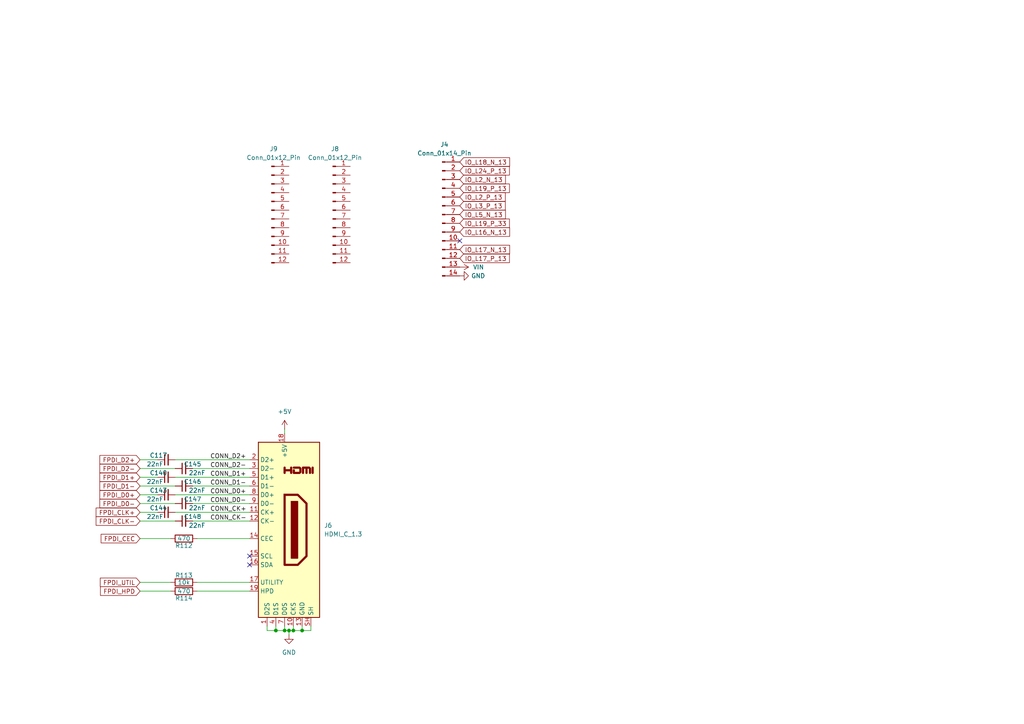
<source format=kicad_sch>
(kicad_sch (version 20250114) (generator "eeschema") (generator_version "9.0")
  (paper "A4")
  (lib_symbols
    (symbol "Connector:Conn_01x12_Pin" (pin_names (offset 1.016) (hide yes))
      (property "Reference" "J" (at 0 15.24 0))
      (property "Value" "Conn_01x12_Pin" (at 0 -17.78 0))
      (symbol "Conn_01x12_Pin_1_1"
        (rectangle (start 0.8636 12.827) (end 0 12.573) (stroke (width 0.1524)) (fill (type outline)))
        (rectangle (start 0.8636 10.287) (end 0 10.033) (stroke (width 0.1524)) (fill (type outline)))
        (rectangle (start 0.8636 7.747) (end 0 7.493) (stroke (width 0.1524)) (fill (type outline)))
        (rectangle (start 0.8636 5.207) (end 0 4.953) (stroke (width 0.1524)) (fill (type outline)))
        (rectangle (start 0.8636 2.667) (end 0 2.413) (stroke (width 0.1524)) (fill (type outline)))
        (rectangle (start 0.8636 0.127) (end 0 -0.127) (stroke (width 0.1524)) (fill (type outline)))
        (rectangle (start 0.8636 -2.413) (end 0 -2.667) (stroke (width 0.1524)) (fill (type outline)))
        (rectangle (start 0.8636 -4.953) (end 0 -5.207) (stroke (width 0.1524)) (fill (type outline)))
        (rectangle (start 0.8636 -7.493) (end 0 -7.747) (stroke (width 0.1524)) (fill (type outline)))
        (rectangle (start 0.8636 -10.033) (end 0 -10.287) (stroke (width 0.1524)) (fill (type outline)))
        (rectangle (start 0.8636 -12.573) (end 0 -12.827) (stroke (width 0.1524)) (fill (type outline)))
        (rectangle (start 0.8636 -15.113) (end 0 -15.367) (stroke (width 0.1524)) (fill (type outline)))
        (polyline (pts (xy 1.27 12.7) (xy 0.8636 12.7)) (stroke (width 0.1524)))
        (polyline (pts (xy 1.27 10.16) (xy 0.8636 10.16)) (stroke (width 0.1524)))
        (polyline (pts (xy 1.27 7.62) (xy 0.8636 7.62)) (stroke (width 0.1524)))
        (polyline (pts (xy 1.27 5.08) (xy 0.8636 5.08)) (stroke (width 0.1524)))
        (polyline (pts (xy 1.27 2.54) (xy 0.8636 2.54)) (stroke (width 0.1524)))
        (polyline (pts (xy 1.27 0) (xy 0.8636 0)) (stroke (width 0.1524)))
        (polyline (pts (xy 1.27 -2.54) (xy 0.8636 -2.54)) (stroke (width 0.1524)))
        (polyline (pts (xy 1.27 -5.08) (xy 0.8636 -5.08)) (stroke (width 0.1524)))
        (polyline (pts (xy 1.27 -7.62) (xy 0.8636 -7.62)) (stroke (width 0.1524)))
        (polyline (pts (xy 1.27 -10.16) (xy 0.8636 -10.16)) (stroke (width 0.1524)))
        (polyline (pts (xy 1.27 -12.7) (xy 0.8636 -12.7)) (stroke (width 0.1524)))
        (polyline (pts (xy 1.27 -15.24) (xy 0.8636 -15.24)) (stroke (width 0.1524)))
        (pin passive line (at 5.08 12.7 180) (length 3.81) (name "Pin_1") (number "1"))
        (pin passive line (at 5.08 10.16 180) (length 3.81) (name "Pin_2") (number "2"))
        (pin passive line (at 5.08 7.62 180) (length 3.81) (name "Pin_3") (number "3"))
        (pin passive line (at 5.08 5.08 180) (length 3.81) (name "Pin_4") (number "4"))
        (pin passive line (at 5.08 2.54 180) (length 3.81) (name "Pin_5") (number "5"))
        (pin passive line (at 5.08 0 180) (length 3.81) (name "Pin_6") (number "6"))
        (pin passive line (at 5.08 -2.54 180) (length 3.81) (name "Pin_7") (number "7"))
        (pin passive line (at 5.08 -5.08 180) (length 3.81) (name "Pin_8") (number "8"))
        (pin passive line (at 5.08 -7.62 180) (length 3.81) (name "Pin_9") (number "9"))
        (pin passive line (at 5.08 -10.16 180) (length 3.81) (name "Pin_10") (number "10"))
        (pin passive line (at 5.08 -12.7 180) (length 3.81) (name "Pin_11") (number "11"))
        (pin passive line (at 5.08 -15.24 180) (length 3.81) (name "Pin_12") (number "12"))
      )
    )
    (symbol "Connector:Conn_01x14_Pin" (pin_names (offset 1.016) (hide yes))
      (property "Reference" "J" (at 0 17.78 0))
      (property "Value" "Conn_01x14_Pin" (at 0 -20.32 0))
      (symbol "Conn_01x14_Pin_1_1"
        (rectangle (start 0.8636 15.367) (end 0 15.113) (stroke (width 0.1524)) (fill (type outline)))
        (rectangle (start 0.8636 12.827) (end 0 12.573) (stroke (width 0.1524)) (fill (type outline)))
        (rectangle (start 0.8636 10.287) (end 0 10.033) (stroke (width 0.1524)) (fill (type outline)))
        (rectangle (start 0.8636 7.747) (end 0 7.493) (stroke (width 0.1524)) (fill (type outline)))
        (rectangle (start 0.8636 5.207) (end 0 4.953) (stroke (width 0.1524)) (fill (type outline)))
        (rectangle (start 0.8636 2.667) (end 0 2.413) (stroke (width 0.1524)) (fill (type outline)))
        (rectangle (start 0.8636 0.127) (end 0 -0.127) (stroke (width 0.1524)) (fill (type outline)))
        (rectangle (start 0.8636 -2.413) (end 0 -2.667) (stroke (width 0.1524)) (fill (type outline)))
        (rectangle (start 0.8636 -4.953) (end 0 -5.207) (stroke (width 0.1524)) (fill (type outline)))
        (rectangle (start 0.8636 -7.493) (end 0 -7.747) (stroke (width 0.1524)) (fill (type outline)))
        (rectangle (start 0.8636 -10.033) (end 0 -10.287) (stroke (width 0.1524)) (fill (type outline)))
        (rectangle (start 0.8636 -12.573) (end 0 -12.827) (stroke (width 0.1524)) (fill (type outline)))
        (rectangle (start 0.8636 -15.113) (end 0 -15.367) (stroke (width 0.1524)) (fill (type outline)))
        (rectangle (start 0.8636 -17.653) (end 0 -17.907) (stroke (width 0.1524)) (fill (type outline)))
        (polyline (pts (xy 1.27 15.24) (xy 0.8636 15.24)) (stroke (width 0.1524)))
        (polyline (pts (xy 1.27 12.7) (xy 0.8636 12.7)) (stroke (width 0.1524)))
        (polyline (pts (xy 1.27 10.16) (xy 0.8636 10.16)) (stroke (width 0.1524)))
        (polyline (pts (xy 1.27 7.62) (xy 0.8636 7.62)) (stroke (width 0.1524)))
        (polyline (pts (xy 1.27 5.08) (xy 0.8636 5.08)) (stroke (width 0.1524)))
        (polyline (pts (xy 1.27 2.54) (xy 0.8636 2.54)) (stroke (width 0.1524)))
        (polyline (pts (xy 1.27 0) (xy 0.8636 0)) (stroke (width 0.1524)))
        (polyline (pts (xy 1.27 -2.54) (xy 0.8636 -2.54)) (stroke (width 0.1524)))
        (polyline (pts (xy 1.27 -5.08) (xy 0.8636 -5.08)) (stroke (width 0.1524)))
        (polyline (pts (xy 1.27 -7.62) (xy 0.8636 -7.62)) (stroke (width 0.1524)))
        (polyline (pts (xy 1.27 -10.16) (xy 0.8636 -10.16)) (stroke (width 0.1524)))
        (polyline (pts (xy 1.27 -12.7) (xy 0.8636 -12.7)) (stroke (width 0.1524)))
        (polyline (pts (xy 1.27 -15.24) (xy 0.8636 -15.24)) (stroke (width 0.1524)))
        (polyline (pts (xy 1.27 -17.78) (xy 0.8636 -17.78)) (stroke (width 0.1524)))
        (pin passive line (at 5.08 15.24 180) (length 3.81) (name "Pin_1") (number "1"))
        (pin passive line (at 5.08 12.7 180) (length 3.81) (name "Pin_2") (number "2"))
        (pin passive line (at 5.08 10.16 180) (length 3.81) (name "Pin_3") (number "3"))
        (pin passive line (at 5.08 7.62 180) (length 3.81) (name "Pin_4") (number "4"))
        (pin passive line (at 5.08 5.08 180) (length 3.81) (name "Pin_5") (number "5"))
        (pin passive line (at 5.08 2.54 180) (length 3.81) (name "Pin_6") (number "6"))
        (pin passive line (at 5.08 0 180) (length 3.81) (name "Pin_7") (number "7"))
        (pin passive line (at 5.08 -2.54 180) (length 3.81) (name "Pin_8") (number "8"))
        (pin passive line (at 5.08 -5.08 180) (length 3.81) (name "Pin_9") (number "9"))
        (pin passive line (at 5.08 -7.62 180) (length 3.81) (name "Pin_10") (number "10"))
        (pin passive line (at 5.08 -10.16 180) (length 3.81) (name "Pin_11") (number "11"))
        (pin passive line (at 5.08 -12.7 180) (length 3.81) (name "Pin_12") (number "12"))
        (pin passive line (at 5.08 -15.24 180) (length 3.81) (name "Pin_13") (number "13"))
        (pin passive line (at 5.08 -17.78 180) (length 3.81) (name "Pin_14") (number "14"))
      )
    )
    (symbol "Connector:HDMI_C_1.3"
      (property "Reference" "J" (at -6.35 26.67 0))
      (property "Value" "HDMI_C_1.3" (at 10.16 26.67 0))
      (symbol "HDMI_C_1.3_0_0"
        (polyline (pts (xy 0 16.51) (xy 0 18.034) (xy 0 17.272) (xy 1.905 17.272) (xy 1.905 18.034) (xy 1.905 16.51)) (stroke (width 0.635)))
        (polyline (pts (xy 2.667 18.034) (xy 4.318 18.034) (xy 4.572 17.78) (xy 4.572 16.764) (xy 4.318 16.51) (xy 2.667 16.51) (xy 2.667 17.272)) (stroke (width 0.635)))
        (polyline (pts (xy 8.128 16.51) (xy 8.128 18.034)) (stroke (width 0.635)))
      )
      (symbol "HDMI_C_1.3_0_1"
        (rectangle (start -7.62 25.4) (end 10.16 -25.4) (stroke (width 0.254)) (fill (type background)))
        (polyline (pts (xy 0 10.16) (xy 3.81 10.16) (xy 6.35 7.62) (xy 6.35 -7.62) (xy 3.81 -10.16) (xy 0 -10.16) (xy 0 10.16)) (stroke (width 0.635)))
        (rectangle (start 1.905 8.255) (end 3.81 -8.255) (stroke (width 0.254)) (fill (type outline)))
        (polyline (pts (xy 5.334 16.51) (xy 5.334 18.034) (xy 6.35 18.034) (xy 6.35 16.51) (xy 6.35 18.034) (xy 7.112 18.034) (xy 7.366 17.78) (xy 7.366 16.51)) (stroke (width 0.635)))
      )
      (symbol "HDMI_C_1.3_1_1"
        (pin passive line (at -10.16 20.32 0) (length 2.54) (name "D2+") (number "2"))
        (pin passive line (at -10.16 17.78 0) (length 2.54) (name "D2-") (number "3"))
        (pin passive line (at -10.16 15.24 0) (length 2.54) (name "D1+") (number "5"))
        (pin passive line (at -10.16 12.7 0) (length 2.54) (name "D1-") (number "6"))
        (pin passive line (at -10.16 10.16 0) (length 2.54) (name "D0+") (number "8"))
        (pin passive line (at -10.16 7.62 0) (length 2.54) (name "D0-") (number "9"))
        (pin passive line (at -10.16 5.08 0) (length 2.54) (name "CK+") (number "11"))
        (pin passive line (at -10.16 2.54 0) (length 2.54) (name "CK-") (number "12"))
        (pin bidirectional line (at -10.16 -2.54 0) (length 2.54) (name "CEC") (number "14"))
        (pin passive line (at -10.16 -7.62 0) (length 2.54) (name "SCL") (number "15"))
        (pin bidirectional line (at -10.16 -10.16 0) (length 2.54) (name "SDA") (number "16"))
        (pin passive line (at -10.16 -15.24 0) (length 2.54) (name "UTILITY") (number "17"))
        (pin passive line (at -10.16 -17.78 0) (length 2.54) (name "HPD") (number "19"))
        (pin power_in line (at -5.08 -27.94 90) (length 2.54) (name "D2S") (number "1"))
        (pin power_in line (at -2.54 -27.94 90) (length 2.54) (name "D1S") (number "4"))
        (pin power_in line (at 0 27.94 270) (length 2.54) (name "+5V") (number "18"))
        (pin power_in line (at 0 -27.94 90) (length 2.54) (name "D0S") (number "7"))
        (pin power_in line (at 2.54 -27.94 90) (length 2.54) (name "CKS") (number "10"))
        (pin power_in line (at 5.08 -27.94 90) (length 2.54) (name "GND") (number "13"))
        (pin passive line (at 7.62 -27.94 90) (length 2.54) (name "SH") (number "SH"))
      )
    )
    (symbol "Device:C_Small" (pin_numbers (hide yes)) (pin_names (offset 0.254) (hide yes))
      (property "Reference" "C" (at 0.254 1.778 0))
      (property "Value" "C_Small" (at 0.254 -2.032 0))
      (symbol "C_Small_0_1"
        (polyline (pts (xy -1.524 0.508) (xy 1.524 0.508)) (stroke (width 0.3048)))
        (polyline (pts (xy -1.524 -0.508) (xy 1.524 -0.508)) (stroke (width 0.3302)))
      )
      (symbol "C_Small_1_1"
        (pin passive line (at 0 2.54 270) (length 2.032) (name "~") (number "1"))
        (pin passive line (at 0 -2.54 90) (length 2.032) (name "~") (number "2"))
      )
    )
    (symbol "Device:R" (pin_numbers (hide yes)) (pin_names (offset 0))
      (property "Reference" "R" (at 2.032 0 90))
      (property "Value" "R" (at 0 0 90))
      (symbol "R_0_1"
        (rectangle (start -1.016 -2.54) (end 1.016 2.54) (stroke (width 0.254)))
      )
      (symbol "R_1_1"
        (pin passive line (at 0 3.81 270) (length 1.27) (name "~") (number "1"))
        (pin passive line (at 0 -3.81 90) (length 1.27) (name "~") (number "2"))
      )
    )
    (symbol "power:+5V" (power) (pin_numbers (hide yes)) (pin_names (offset 0) (hide yes))
      (property "Value" "+5V" (at 0 3.556 0))
      (symbol "+5V_0_1"
        (polyline (pts (xy -0.762 1.27) (xy 0 2.54)))
        (polyline (pts (xy 0 2.54) (xy 0.762 1.27)))
        (polyline (pts (xy 0 0) (xy 0 2.54)))
      )
      (symbol "+5V_1_1"
        (pin power_in line (at 0 0 90) (length 0) (name "~") (number "1"))
      )
    )
    (symbol "power:GND" (power) (pin_names (offset 0))
      (property "Value" "GND" (at 0 -3.81 0))
      (symbol "GND_0_1"
        (polyline (pts (xy 0 0) (xy 0 -1.27) (xy 1.27 -1.27) (xy 0 -2.54) (xy -1.27 -1.27) (xy 0 -1.27)))
      )
      (symbol "GND_1_1"
        (pin power_in line (at 0 0 270) (length 0) (hide yes) (name "GND") (number "1"))
      )
    )
    (symbol "power:VDD" (power) (pin_names (offset 0))
      (property "Value" "VDD" (at 0 3.81 0))
      (symbol "VDD_0_1"
        (polyline (pts (xy -0.762 1.27) (xy 0 2.54)))
        (polyline (pts (xy 0 2.54) (xy 0.762 1.27)))
        (polyline (pts (xy 0 0) (xy 0 2.54)))
      )
      (symbol "VDD_1_1"
        (pin power_in line (at 0 0 90) (length 0) (hide yes) (name "VDD") (number "1"))
      )
    )
  )
  (junction (at 80.01 182.88))
  (junction (at 85.09 182.88))
  (junction (at 87.63 182.88))
  (junction (at 83.82 182.88))
  (junction (at 82.55 182.88))
  (no_connect (at 133.35 69.85))
  (no_connect (at 72.39 161.29))
  (no_connect (at 72.39 163.83))
  (wire (pts (xy 57.15 168.91) (xy 72.39 168.91)))
  (wire (pts (xy 55.88 135.89) (xy 72.39 135.89)))
  (wire (pts (xy 85.09 182.88) (xy 85.09 181.61)))
  (wire (pts (xy 82.55 182.88) (xy 82.55 181.61)))
  (wire (pts (xy 83.82 182.88) (xy 85.09 182.88)))
  (wire (pts (xy 57.15 156.21) (xy 72.39 156.21)))
  (wire (pts (xy 40.64 135.89) (xy 50.8 135.89)))
  (wire (pts (xy 82.55 124.46) (xy 82.55 125.73)))
  (wire (pts (xy 83.82 184.15) (xy 83.82 182.88)))
  (wire (pts (xy 40.64 133.35) (xy 45.72 133.35)))
  (wire (pts (xy 40.64 140.97) (xy 50.8 140.97)))
  (wire (pts (xy 55.88 140.97) (xy 72.39 140.97)))
  (wire (pts (xy 40.64 156.21) (xy 49.53 156.21)))
  (wire (pts (xy 80.01 182.88) (xy 80.01 181.61)))
  (wire (pts (xy 87.63 182.88) (xy 90.17 182.88)))
  (wire (pts (xy 40.64 168.91) (xy 49.53 168.91)))
  (wire (pts (xy 85.09 182.88) (xy 87.63 182.88)))
  (wire (pts (xy 80.01 182.88) (xy 77.47 182.88)))
  (wire (pts (xy 40.64 148.59) (xy 45.72 148.59)))
  (wire (pts (xy 50.8 138.43) (xy 72.39 138.43)))
  (wire (pts (xy 40.64 143.51) (xy 45.72 143.51)))
  (wire (pts (xy 82.55 182.88) (xy 80.01 182.88)))
  (wire (pts (xy 40.64 151.13) (xy 50.8 151.13)))
  (wire (pts (xy 40.64 146.05) (xy 50.8 146.05)))
  (wire (pts (xy 50.8 148.59) (xy 72.39 148.59)))
  (wire (pts (xy 40.64 138.43) (xy 45.72 138.43)))
  (wire (pts (xy 50.8 133.35) (xy 72.39 133.35)))
  (wire (pts (xy 77.47 182.88) (xy 77.47 181.61)))
  (wire (pts (xy 55.88 146.05) (xy 72.39 146.05)))
  (wire (pts (xy 90.17 182.88) (xy 90.17 181.61)))
  (wire (pts (xy 55.88 151.13) (xy 72.39 151.13)))
  (wire (pts (xy 50.8 143.51) (xy 72.39 143.51)))
  (wire (pts (xy 83.82 182.88) (xy 82.55 182.88)))
  (wire (pts (xy 40.64 171.45) (xy 49.53 171.45)))
  (wire (pts (xy 57.15 171.45) (xy 72.39 171.45)))
  (wire (pts (xy 87.63 182.88) (xy 87.63 181.61)))
  (label "CONN_CK-" (at 60.96 151.13 0))
  (label "CONN_D0-" (at 60.96 146.05 0))
  (label "CONN_D2+" (at 60.96 133.35 0))
  (label "CONN_CK+" (at 60.96 148.59 0))
  (label "CONN_D2-" (at 60.96 135.89 0))
  (label "CONN_D0+" (at 60.96 143.51 0))
  (label "CONN_D1+" (at 60.96 138.43 0))
  (label "CONN_D1-" (at 60.96 140.97 0))
  (global_label "FPDI_D2-" (shape input) (at 40.64 135.89 180) (property "Intersheetrefs" "${INTERSHEET_REFS}" (effects (hide yes))))
  (global_label "IO_L3_P_13" (shape input) (at 133.35 59.69 0) (property "Intersheetrefs" "${INTERSHEET_REFS}" (effects (hide yes))))
  (global_label "IO_L16_N_13" (shape input) (at 133.35 67.31 0) (property "Intersheetrefs" "${INTERSHEET_REFS}" (effects (hide yes))))
  (global_label "IO_L5_N_13" (shape input) (at 133.35 62.23 0) (property "Intersheetrefs" "${INTERSHEET_REFS}" (effects (hide yes))))
  (global_label "FPDI_D2+" (shape input) (at 40.64 133.35 180) (property "Intersheetrefs" "${INTERSHEET_REFS}" (effects (hide yes))))
  (global_label "IO_L17_P_13" (shape input) (at 133.35 74.93 0) (property "Intersheetrefs" "${INTERSHEET_REFS}" (effects (hide yes))))
  (global_label "IO_L24_P_13" (shape input) (at 133.35 49.53 0) (property "Intersheetrefs" "${INTERSHEET_REFS}" (effects (hide yes))))
  (global_label "FPDI_CLK-" (shape input) (at 40.64 151.13 180) (property "Intersheetrefs" "${INTERSHEET_REFS}" (effects (hide yes))))
  (global_label "FPDI_D1-" (shape input) (at 40.64 140.97 180) (property "Intersheetrefs" "${INTERSHEET_REFS}" (effects (hide yes))))
  (global_label "FPDI_D1+" (shape input) (at 40.64 138.43 180) (property "Intersheetrefs" "${INTERSHEET_REFS}" (effects (hide yes))))
  (global_label "FPDI_D0+" (shape input) (at 40.64 143.51 180) (property "Intersheetrefs" "${INTERSHEET_REFS}" (effects (hide yes))))
  (global_label "FPDI_CLK+" (shape input) (at 40.64 148.59 180) (property "Intersheetrefs" "${INTERSHEET_REFS}" (effects (hide yes))))
  (global_label "FPDI_CEC" (shape input) (at 40.64 156.21 180) (property "Intersheetrefs" "${INTERSHEET_REFS}" (effects (hide yes))))
  (global_label "IO_L19_P_33" (shape input) (at 133.35 64.77 0) (property "Intersheetrefs" "${INTERSHEET_REFS}" (effects (hide yes))))
  (global_label "IO_L2_P_13" (shape input) (at 133.35 57.15 0) (property "Intersheetrefs" "${INTERSHEET_REFS}" (effects (hide yes))))
  (global_label "IO_L18_N_13" (shape input) (at 133.35 46.99 0) (property "Intersheetrefs" "${INTERSHEET_REFS}" (effects (hide yes))))
  (global_label "IO_L19_P_13" (shape input) (at 133.35 54.61 0) (property "Intersheetrefs" "${INTERSHEET_REFS}" (effects (hide yes))))
  (global_label "FPDI_UTIL" (shape input) (at 40.64 168.91 180) (property "Intersheetrefs" "${INTERSHEET_REFS}" (effects (hide yes))))
  (global_label "IO_L2_N_13" (shape input) (at 133.35 52.07 0) (property "Intersheetrefs" "${INTERSHEET_REFS}" (effects (hide yes))))
  (global_label "IO_L17_N_13" (shape input) (at 133.35 72.39 0) (property "Intersheetrefs" "${INTERSHEET_REFS}" (effects (hide yes))))
  (global_label "FPDI_HPD" (shape input) (at 40.64 171.45 180) (property "Intersheetrefs" "${INTERSHEET_REFS}" (effects (hide yes))))
  (global_label "FPDI_D0-" (shape input) (at 40.64 146.05 180) (property "Intersheetrefs" "${INTERSHEET_REFS}" (effects (hide yes))))
  (symbol (lib_id "Device:C_Small") (at 48.26 143.51 90) (unit 1)
    (property "Reference" "C143" (at 45.974 142.24 90))
    (property "Value" "22nF" (at 44.958 144.78 90))
    (property "Footprint" "Capacitor_SMD:C_0402_1005Metric" (effects (hide yes)))
    (property "Description" "Unpolarized capacitor, small symbol" (effects (hide yes)))
    (property "LCSC Part #" "C1532" (effects (hide yes)))
  )
  (symbol (lib_id "Device:C_Small") (at 48.26 148.59 90) (unit 1)
    (property "Reference" "C144" (at 45.974 147.32 90))
    (property "Value" "22nF" (at 44.958 149.86 90))
    (property "Footprint" "Capacitor_SMD:C_0402_1005Metric" (effects (hide yes)))
    (property "Description" "Unpolarized capacitor, small symbol" (effects (hide yes)))
    (property "LCSC Part #" "C1532" (effects (hide yes)))
  )
  (symbol (lib_id "Device:R") (at 53.34 171.45 270) (unit 1)
    (property "Reference" "R114" (at 53.34 173.482 90))
    (property "Value" "470" (at 53.34 171.45 90))
    (property "Footprint" "Resistor_SMD:R_0402_1005Metric" (effects (hide yes)))
    (property "LCSC Part #" "C25117" (effects (hide yes)))
  )
  (symbol (lib_id "Device:C_Small") (at 53.34 135.89 90) (unit 1)
    (property "Reference" "C145" (at 55.88 134.62 90))
    (property "Value" "22nF" (at 57.15 137.16 90))
    (property "Footprint" "Capacitor_SMD:C_0402_1005Metric" (effects (hide yes)))
    (property "Description" "Unpolarized capacitor, small symbol" (effects (hide yes)))
    (property "LCSC Part #" "C1532" (effects (hide yes)))
  )
  (symbol (lib_id "Connector:Conn_01x12_Pin") (at 96.52 60.96 0) (unit 1)
    (property "Reference" "J8" (at 97.155 43.18 0))
    (property "Value" "Conn_01x12_Pin" (at 97.155 45.72 0))
    (property "Footprint" "Connector_PinSocket_2.54mm:PinSocket_2x06_P2.54mm_Horizontal" (effects (hide yes)))
    (property "Description" "Generic connector, single row, 01x12, script generated" (effects (hide yes)))
  )
  (symbol (lib_id "power:GND") (at 83.82 184.15 0) (unit 1)
    (property "Reference" "#PWR0209" (effects (hide yes)))
    (property "Value" "GND" (at 83.82 189.23 0))
    (property "Description" "Power symbol creates a global label with name \"GND\" , ground" (effects (hide yes)))
  )
  (symbol (lib_id "Device:R") (at 53.34 168.91 270) (mirror x) (unit 1)
    (property "Reference" "R113" (at 53.34 166.878 90))
    (property "Value" "10k" (at 53.34 168.91 90))
    (property "Footprint" "Resistor_SMD:R_0402_1005Metric" (effects (hide yes)))
    (property "LCSC Part #" "C25744" (effects (hide yes)))
  )
  (symbol (lib_id "Device:C_Small") (at 53.34 146.05 90) (unit 1)
    (property "Reference" "C147" (at 55.88 144.78 90))
    (property "Value" "22nF" (at 57.15 147.32 90))
    (property "Footprint" "Capacitor_SMD:C_0402_1005Metric" (effects (hide yes)))
    (property "Description" "Unpolarized capacitor, small symbol" (effects (hide yes)))
    (property "LCSC Part #" "C1532" (effects (hide yes)))
  )
  (symbol (lib_id "Device:C_Small") (at 48.26 138.43 90) (unit 1)
    (property "Reference" "C140" (at 45.974 137.16 90))
    (property "Value" "22nF" (at 44.958 139.7 90))
    (property "Footprint" "Capacitor_SMD:C_0402_1005Metric" (effects (hide yes)))
    (property "Description" "Unpolarized capacitor, small symbol" (effects (hide yes)))
    (property "LCSC Part #" "C1532" (effects (hide yes)))
  )
  (symbol (lib_id "Device:C_Small") (at 53.34 151.13 90) (unit 1)
    (property "Reference" "C148" (at 55.88 149.86 90))
    (property "Value" "22nF" (at 57.15 152.4 90))
    (property "Footprint" "Capacitor_SMD:C_0402_1005Metric" (effects (hide yes)))
    (property "Description" "Unpolarized capacitor, small symbol" (effects (hide yes)))
    (property "LCSC Part #" "C1532" (effects (hide yes)))
  )
  (symbol (lib_id "power:+5V") (at 82.55 124.46 0) (unit 1)
    (property "Reference" "#PWR0206" (effects (hide yes)))
    (property "Value" "+5V" (at 82.55 119.38 0))
    (property "Description" "Power symbol creates a global label with name \"+5V\"" (effects (hide yes)))
  )
  (symbol (lib_id "power:VDD") (at 133.35 77.47 270) (unit 1)
    (property "Reference" "#PWR0196" (effects (hide yes)))
    (property "Value" "VIN" (at 137.16 77.4699 90) (effects (justify left)))
    (property "Description" "Power symbol creates a global label with name \"Vin\"" (effects (hide yes)))
  )
  (symbol (lib_id "Connector:HDMI_C_1.3") (at 82.55 153.67 0) (unit 1)
    (property "Reference" "J6" (at 93.98 152.3999 0) (effects (justify left)))
    (property "Value" "HDMI_C_1.3" (at 93.98 154.9399 0) (effects (justify left)))
    (property "Footprint" "fp:XKB Connection A71-05H4-111N1" (effects (hide yes)))
    (property "Datasheet" "http://pinoutguide.com/PortableDevices/mini_hdmi_pinout.shtml" (effects (hide yes)))
    (property "Description" "HDMI 1.3+ type C connector" (effects (hide yes)))
    (property "LCSC Part #" "C2682170" (effects (hide yes)))
  )
  (symbol (lib_id "Connector:Conn_01x14_Pin") (at 128.27 62.23 0) (unit 1)
    (property "Reference" "J4" (at 128.905 41.91 0))
    (property "Value" "Conn_01x14_Pin" (at 128.905 44.45 0))
    (property "Footprint" "fp:TFT-320x240" (effects (hide yes)))
    (property "Description" "Generic connector, single row, 01x14, script generated" (effects (hide yes)))
  )
  (symbol (lib_id "Device:C_Small") (at 48.26 133.35 90) (unit 1)
    (property "Reference" "C117" (at 45.974 132.08 90))
    (property "Value" "22nF" (at 44.958 134.62 90))
    (property "Footprint" "Capacitor_SMD:C_0402_1005Metric" (effects (hide yes)))
    (property "Description" "Unpolarized capacitor, small symbol" (effects (hide yes)))
    (property "LCSC Part #" "C1532" (effects (hide yes)))
  )
  (symbol (lib_id "power:GND") (at 133.35 80.01 90) (mirror x) (unit 1)
    (property "Reference" "#PWR022" (effects (hide yes)))
    (property "Value" "GND" (at 138.684 80.01 90))
    (property "Description" "Power symbol creates a global label with name \"GND\" , ground" (effects (hide yes)))
  )
  (symbol (lib_id "Device:R") (at 53.34 156.21 270) (unit 1)
    (property "Reference" "R112" (at 53.34 158.242 90))
    (property "Value" "470" (at 53.34 156.21 90))
    (property "Footprint" "Resistor_SMD:R_0402_1005Metric" (effects (hide yes)))
    (property "LCSC Part #" "C25117" (effects (hide yes)))
  )
  (symbol (lib_id "Device:C_Small") (at 53.34 140.97 90) (unit 1)
    (property "Reference" "C146" (at 55.88 139.7 90))
    (property "Value" "22nF" (at 57.15 142.24 90))
    (property "Footprint" "Capacitor_SMD:C_0402_1005Metric" (effects (hide yes)))
    (property "Description" "Unpolarized capacitor, small symbol" (effects (hide yes)))
    (property "LCSC Part #" "C1532" (effects (hide yes)))
  )
  (symbol (lib_id "Connector:Conn_01x12_Pin") (at 78.74 60.96 0) (unit 1)
    (property "Reference" "J9" (at 79.375 43.18 0))
    (property "Value" "Conn_01x12_Pin" (at 79.375 45.72 0))
    (property "Footprint" "Connector_PinSocket_2.54mm:PinSocket_2x06_P2.54mm_Horizontal" (effects (hide yes)))
    (property "Description" "Generic connector, single row, 01x12, script generated" (effects (hide yes)))
  )
)
</source>
